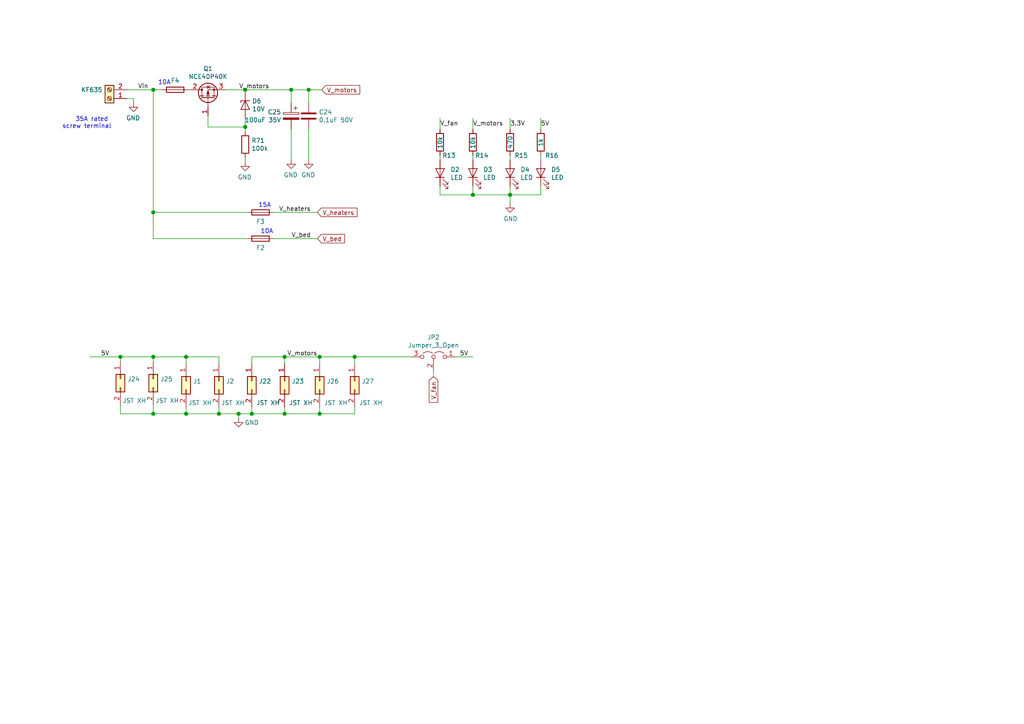
<source format=kicad_sch>
(kicad_sch (version 20210123) (generator eeschema)
  (paper "A4")
  (lib_symbols
    (symbol "Connector:Screw_Terminal_01x02" (pin_names hide)
      (property "Reference" "J" (at 0 2.54 0))
      (property "Value" "Screw_Terminal_01x02" (at 0 -5.08 0))
      (symbol "Screw_Terminal_01x02_1_1"
        (circle (center 0 -2.54) (radius 0.635))
        (circle (center 0 0) (radius 0.635))
        (rectangle (start -1.27 1.27) (end 1.27 -3.81) (stroke (width 0.254)) (fill (type background)))
        (polyline (pts (xy -0.5334 -2.2098) (xy 0.3302 -3.048)))
        (polyline (pts (xy -0.5334 0.3302) (xy 0.3302 -0.508)))
        (polyline (pts (xy -0.3556 -2.032) (xy 0.508 -2.8702)))
        (polyline (pts (xy -0.3556 0.508) (xy 0.508 -0.3302)))
        (pin passive line (at -5.08 0 0) (length 3.81) (name "Pin_1") (number "1"))
        (pin passive line (at -5.08 -2.54 0) (length 3.81) (name "Pin_2") (number "2"))
      )
    )
    (symbol "Connector_Generic:Conn_02x01" (pin_names hide)
      (property "Reference" "J" (at 1.27 2.54 0))
      (property "Value" "Conn_02x01" (at 1.27 -2.54 0))
      (symbol "Conn_02x01_1_1"
        (rectangle (start -1.27 0.127) (end 0 -0.127))
        (rectangle (start -1.27 1.27) (end 3.81 -1.27) (stroke (width 0.254)) (fill (type background)))
        (rectangle (start 3.81 0.127) (end 2.54 -0.127))
        (pin passive line (at -5.08 0 0) (length 3.81) (name "Pin_1") (number "1"))
        (pin passive line (at 7.62 0 180) (length 3.81) (name "Pin_2") (number "2"))
      )
    )
    (symbol "Device:C" (pin_numbers hide) (pin_names (offset 0.254))
      (property "Reference" "C" (at 0.635 2.54 0))
      (property "Value" "C" (at 0.635 -2.54 0))
      (symbol "C_0_1"
        (polyline (pts (xy -2.032 -0.762) (xy 2.032 -0.762)) (stroke (width 0.508)))
        (polyline (pts (xy -2.032 0.762) (xy 2.032 0.762)) (stroke (width 0.508)))
      )
      (symbol "C_1_1"
        (pin passive line (at 0 3.81 270) (length 2.794) (name "~") (number "1"))
        (pin passive line (at 0 -3.81 90) (length 2.794) (name "~") (number "2"))
      )
    )
    (symbol "Device:CP" (pin_numbers hide) (pin_names (offset 0.254))
      (property "Reference" "C" (at 0.635 2.54 0))
      (property "Value" "CP" (at 0.635 -2.54 0))
      (symbol "CP_0_1"
        (rectangle (start -2.286 0.508) (end 2.286 1.016))
        (rectangle (start 2.286 -0.508) (end -2.286 -1.016) (fill (type outline)))
        (polyline (pts (xy -1.778 2.286) (xy -0.762 2.286)))
        (polyline (pts (xy -1.27 2.794) (xy -1.27 1.778)))
      )
      (symbol "CP_1_1"
        (pin passive line (at 0 3.81 270) (length 2.794) (name "~") (number "1"))
        (pin passive line (at 0 -3.81 90) (length 2.794) (name "~") (number "2"))
      )
    )
    (symbol "Device:D_Zener" (pin_numbers hide) (pin_names hide)
      (property "Reference" "D" (at 0 2.54 0))
      (property "Value" "D_Zener" (at 0 -2.54 0))
      (symbol "D_Zener_0_1"
        (polyline (pts (xy 1.27 0) (xy -1.27 0)))
        (polyline (pts (xy -1.27 -1.27) (xy -1.27 1.27) (xy -0.762 1.27)) (stroke (width 0.2032)))
        (polyline (pts (xy 1.27 -1.27) (xy 1.27 1.27) (xy -1.27 0) (xy 1.27 -1.27)) (stroke (width 0.2032)))
      )
      (symbol "D_Zener_1_1"
        (pin passive line (at -3.81 0 0) (length 2.54) (name "K") (number "1"))
        (pin passive line (at 3.81 0 180) (length 2.54) (name "A") (number "2"))
      )
    )
    (symbol "Device:Fuse" (pin_numbers hide) (pin_names (offset 0))
      (property "Reference" "F" (at 2.032 0 90))
      (property "Value" "Fuse" (at -1.905 0 90))
      (symbol "Fuse_0_1"
        (rectangle (start -0.762 -2.54) (end 0.762 2.54) (stroke (width 0.254)))
        (polyline (pts (xy 0 2.54) (xy 0 -2.54)))
      )
      (symbol "Fuse_1_1"
        (pin passive line (at 0 3.81 270) (length 1.27) (name "~") (number "1"))
        (pin passive line (at 0 -3.81 90) (length 1.27) (name "~") (number "2"))
      )
    )
    (symbol "Device:LED" (pin_numbers hide) (pin_names hide)
      (property "Reference" "D" (at 0 2.54 0))
      (property "Value" "LED" (at 0 -2.54 0))
      (symbol "LED_0_1"
        (polyline (pts (xy -1.27 -1.27) (xy -1.27 1.27)) (stroke (width 0.2032)))
        (polyline (pts (xy -1.27 0) (xy 1.27 0)))
        (polyline (pts (xy 1.27 -1.27) (xy 1.27 1.27) (xy -1.27 0) (xy 1.27 -1.27)) (stroke (width 0.2032)))
        (polyline (pts (xy -3.048 -0.762) (xy -4.572 -2.286) (xy -3.81 -2.286) (xy -4.572 -2.286) (xy -4.572 -1.524)))
        (polyline (pts (xy -1.778 -0.762) (xy -3.302 -2.286) (xy -2.54 -2.286) (xy -3.302 -2.286) (xy -3.302 -1.524)))
      )
      (symbol "LED_1_1"
        (pin passive line (at -3.81 0 0) (length 2.54) (name "K") (number "1"))
        (pin passive line (at 3.81 0 180) (length 2.54) (name "A") (number "2"))
      )
    )
    (symbol "Device:R" (pin_numbers hide) (pin_names (offset 0))
      (property "Reference" "R" (at 2.032 0 90))
      (property "Value" "R" (at 0 0 90))
      (symbol "R_0_1"
        (rectangle (start -1.016 -2.54) (end 1.016 2.54) (stroke (width 0.254)))
      )
      (symbol "R_1_1"
        (pin passive line (at 0 3.81 270) (length 1.27) (name "~") (number "1"))
        (pin passive line (at 0 -3.81 90) (length 1.27) (name "~") (number "2"))
      )
    )
    (symbol "Jumper:Jumper_3_Open" (pin_names (offset 0) hide)
      (property "Reference" "JP" (at -2.54 -2.54 0))
      (property "Value" "Jumper_3_Open" (at 0 2.794 0))
      (symbol "Jumper_3_Open_0_0"
        (circle (center -3.302 0) (radius 0.508))
        (circle (center 0 0) (radius 0.508))
        (circle (center 3.302 0) (radius 0.508))
      )
      (symbol "Jumper_3_Open_0_1"
        (arc (start -3.048 1.016) (end -0.254 1.016) (radius (at -1.651 -0.762) (length 2.2606) (angles 128.2 51.8)))
        (arc (start 0.254 1.016) (end 3.048 1.016) (radius (at 1.651 -0.762) (length 2.2606) (angles 128.2 51.8)))
        (polyline (pts (xy 0 -0.508) (xy 0 -1.27)))
      )
      (symbol "Jumper_3_Open_1_1"
        (pin passive line (at -6.35 0 0) (length 2.54) (name "A") (number "1"))
        (pin input line (at 0 -3.81 90) (length 2.54) (name "C") (number "2"))
        (pin passive line (at 6.35 0 180) (length 2.54) (name "B") (number "3"))
      )
    )
    (symbol "Transistor_FET:IRF4905" (pin_names hide)
      (property "Reference" "Q" (at 5.08 1.905 0))
      (property "Value" "IRF4905" (at 5.08 0 0))
      (symbol "IRF4905_0_1"
        (circle (center 1.651 0) (radius 2.794) (stroke (width 0.254)))
        (circle (center 2.54 -1.778) (radius 0.254) (fill (type outline)))
        (circle (center 2.54 1.778) (radius 0.254) (fill (type outline)))
        (polyline (pts (xy 0.254 0) (xy -2.54 0)))
        (polyline (pts (xy 0.254 1.905) (xy 0.254 -1.905)) (stroke (width 0.254)))
        (polyline (pts (xy 0.762 -1.27) (xy 0.762 -2.286)) (stroke (width 0.254)))
        (polyline (pts (xy 0.762 0.508) (xy 0.762 -0.508)) (stroke (width 0.254)))
        (polyline (pts (xy 0.762 2.286) (xy 0.762 1.27)) (stroke (width 0.254)))
        (polyline (pts (xy 2.54 2.54) (xy 2.54 1.778)))
        (polyline (pts (xy 2.54 -2.54) (xy 2.54 0) (xy 0.762 0)))
        (polyline (pts (xy 0.762 1.778) (xy 3.302 1.778) (xy 3.302 -1.778) (xy 0.762 -1.778)))
        (polyline (pts (xy 2.286 0) (xy 1.27 0.381) (xy 1.27 -0.381) (xy 2.286 0)) (fill (type outline)))
        (polyline (pts (xy 2.794 -0.508) (xy 2.921 -0.381) (xy 3.683 -0.381) (xy 3.81 -0.254)))
        (polyline (pts (xy 3.302 -0.381) (xy 2.921 0.254) (xy 3.683 0.254) (xy 3.302 -0.381)))
      )
      (symbol "IRF4905_1_1"
        (pin input line (at -5.08 0 0) (length 2.54) (name "G") (number "1"))
        (pin passive line (at 2.54 5.08 270) (length 2.54) (name "D") (number "2"))
        (pin passive line (at 2.54 -5.08 90) (length 2.54) (name "S") (number "3"))
      )
    )
    (symbol "power:GND" (power) (pin_names (offset 0))
      (property "Value" "GND" (at 0 -3.81 0))
      (symbol "GND_0_1"
        (polyline (pts (xy 0 0) (xy 0 -1.27) (xy 1.27 -1.27) (xy 0 -2.54) (xy -1.27 -1.27) (xy 0 -1.27)))
      )
      (symbol "GND_1_1"
        (pin power_in line (at 0 0 270) (length 0) hide (name "GND") (number "1"))
      )
    )
  )
  (junction (at 34.925 103.505) (diameter 1.016))
  (junction (at 44.45 26.035) (diameter 1.016))
  (junction (at 44.45 61.595) (diameter 1.016))
  (junction (at 44.45 103.505) (diameter 1.016))
  (junction (at 44.45 120.015) (diameter 1.016))
  (junction (at 53.975 103.505) (diameter 1.016))
  (junction (at 53.975 120.015) (diameter 1.016))
  (junction (at 63.5 120.015) (diameter 1.016))
  (junction (at 69.215 120.015) (diameter 1.016))
  (junction (at 71.12 26.035) (diameter 1.016))
  (junction (at 71.12 36.83) (diameter 1.016))
  (junction (at 73.025 120.015) (diameter 1.016))
  (junction (at 82.55 103.505) (diameter 1.016))
  (junction (at 82.55 120.015) (diameter 1.016))
  (junction (at 84.455 26.035) (diameter 1.016))
  (junction (at 89.535 26.035) (diameter 1.016))
  (junction (at 92.71 103.505) (diameter 1.016))
  (junction (at 92.71 120.015) (diameter 1.016))
  (junction (at 102.87 103.505) (diameter 1.016))
  (junction (at 137.16 56.515) (diameter 1.016))
  (junction (at 147.955 56.515) (diameter 1.016))
  (wire (pts (xy 26.035 103.505) (xy 34.925 103.505)))
  (wire (pts (xy 34.925 103.505) (xy 44.45 103.505)))
  (wire (pts (xy 34.925 104.775) (xy 34.925 103.505)))
  (wire (pts (xy 34.925 117.475) (xy 34.925 120.015)))
  (wire (pts (xy 34.925 120.015) (xy 44.45 120.015)))
  (wire (pts (xy 36.83 28.575) (xy 38.735 28.575)))
  (wire (pts (xy 38.735 28.575) (xy 38.735 29.845)))
  (wire (pts (xy 44.45 26.035) (xy 36.83 26.035)))
  (wire (pts (xy 44.45 61.595) (xy 44.45 26.035)))
  (wire (pts (xy 44.45 61.595) (xy 71.755 61.595)))
  (wire (pts (xy 44.45 69.215) (xy 44.45 61.595)))
  (wire (pts (xy 44.45 103.505) (xy 53.975 103.505)))
  (wire (pts (xy 44.45 104.775) (xy 44.45 103.505)))
  (wire (pts (xy 44.45 117.475) (xy 44.45 120.015)))
  (wire (pts (xy 44.45 120.015) (xy 53.975 120.015)))
  (wire (pts (xy 46.99 26.035) (xy 44.45 26.035)))
  (wire (pts (xy 53.975 103.505) (xy 63.5 103.505)))
  (wire (pts (xy 53.975 105.41) (xy 53.975 103.505)))
  (wire (pts (xy 53.975 118.11) (xy 53.975 120.015)))
  (wire (pts (xy 53.975 120.015) (xy 63.5 120.015)))
  (wire (pts (xy 54.61 26.035) (xy 55.245 26.035)))
  (wire (pts (xy 60.325 33.655) (xy 60.325 36.83)))
  (wire (pts (xy 60.325 36.83) (xy 71.12 36.83)))
  (wire (pts (xy 63.5 105.41) (xy 63.5 103.505)))
  (wire (pts (xy 63.5 118.11) (xy 63.5 120.015)))
  (wire (pts (xy 63.5 120.015) (xy 69.215 120.015)))
  (wire (pts (xy 65.405 26.035) (xy 71.12 26.035)))
  (wire (pts (xy 69.215 120.015) (xy 69.215 121.285)))
  (wire (pts (xy 69.215 120.015) (xy 73.025 120.015)))
  (wire (pts (xy 71.12 26.67) (xy 71.12 26.035)))
  (wire (pts (xy 71.12 36.83) (xy 71.12 34.29)))
  (wire (pts (xy 71.12 38.1) (xy 71.12 36.83)))
  (wire (pts (xy 71.12 46.99) (xy 71.12 45.72)))
  (wire (pts (xy 71.755 69.215) (xy 44.45 69.215)))
  (wire (pts (xy 73.025 103.505) (xy 73.025 105.41)))
  (wire (pts (xy 73.025 103.505) (xy 82.55 103.505)))
  (wire (pts (xy 73.025 120.015) (xy 73.025 118.11)))
  (wire (pts (xy 73.025 120.015) (xy 82.55 120.015)))
  (wire (pts (xy 79.375 61.595) (xy 92.075 61.595)))
  (wire (pts (xy 79.375 69.215) (xy 92.075 69.215)))
  (wire (pts (xy 82.55 103.505) (xy 92.71 103.505)))
  (wire (pts (xy 82.55 105.41) (xy 82.55 103.505)))
  (wire (pts (xy 82.55 120.015) (xy 82.55 118.11)))
  (wire (pts (xy 84.455 26.035) (xy 71.12 26.035)))
  (wire (pts (xy 84.455 26.035) (xy 84.455 29.845)))
  (wire (pts (xy 84.455 37.465) (xy 84.455 46.355)))
  (wire (pts (xy 89.535 26.035) (xy 84.455 26.035)))
  (wire (pts (xy 89.535 29.845) (xy 89.535 26.035)))
  (wire (pts (xy 89.535 37.465) (xy 89.535 46.355)))
  (wire (pts (xy 92.71 103.505) (xy 102.87 103.505)))
  (wire (pts (xy 92.71 105.41) (xy 92.71 103.505)))
  (wire (pts (xy 92.71 118.11) (xy 92.71 120.015)))
  (wire (pts (xy 92.71 120.015) (xy 82.55 120.015)))
  (wire (pts (xy 93.345 26.035) (xy 89.535 26.035)))
  (wire (pts (xy 102.87 103.505) (xy 119.38 103.505)))
  (wire (pts (xy 102.87 105.41) (xy 102.87 103.505)))
  (wire (pts (xy 102.87 118.11) (xy 102.87 120.015)))
  (wire (pts (xy 102.87 120.015) (xy 92.71 120.015)))
  (wire (pts (xy 125.73 109.22) (xy 125.73 107.315)))
  (wire (pts (xy 127.635 37.465) (xy 127.635 34.29)))
  (wire (pts (xy 127.635 45.085) (xy 127.635 46.355)))
  (wire (pts (xy 127.635 53.975) (xy 127.635 56.515)))
  (wire (pts (xy 127.635 56.515) (xy 137.16 56.515)))
  (wire (pts (xy 132.08 103.505) (xy 137.16 103.505)))
  (wire (pts (xy 137.16 37.465) (xy 137.16 34.29)))
  (wire (pts (xy 137.16 45.085) (xy 137.16 46.355)))
  (wire (pts (xy 137.16 56.515) (xy 137.16 53.975)))
  (wire (pts (xy 137.16 56.515) (xy 147.955 56.515)))
  (wire (pts (xy 147.955 37.465) (xy 147.955 34.29)))
  (wire (pts (xy 147.955 45.085) (xy 147.955 46.355)))
  (wire (pts (xy 147.955 53.975) (xy 147.955 56.515)))
  (wire (pts (xy 147.955 56.515) (xy 147.955 59.055)))
  (wire (pts (xy 156.845 37.465) (xy 156.845 34.29)))
  (wire (pts (xy 156.845 45.085) (xy 156.845 46.355)))
  (wire (pts (xy 156.845 56.515) (xy 147.955 56.515)))
  (wire (pts (xy 156.845 56.515) (xy 156.845 53.975)))
  (text "35A rated \nscrew terminal" (at 32.385 37.465 180) (effects (font (size 1.27 1.27)) (justify right bottom)))
  (text "10A" (at 49.53 24.765 180) (effects (font (size 1.27 1.27)) (justify right bottom)))
  (text "15A" (at 74.93 60.325 0) (effects (font (size 1.27 1.27)) (justify left bottom)))
  (text "10A" (at 75.565 67.945 0) (effects (font (size 1.27 1.27)) (justify left bottom)))
  (label "5V" (at 31.75 103.505 180))
  (label "Vin" (at 40.005 26.035 0))
  (label "V_motors" (at 78.105 26.035 180))
  (label "V_heaters" (at 90.17 61.595 180))
  (label "V_bed" (at 90.17 69.215 180))
  (label "V_motors" (at 92.075 103.505 180))
  (label "V_fan" (at 127.635 36.83 0))
  (label "5V" (at 133.35 103.505 0))
  (label "V_motors" (at 137.16 36.83 0))
  (label "3.3V" (at 147.955 36.83 0))
  (label "5V" (at 156.845 36.83 0))
  (global_label "V_heaters" (shape input) (at 92.075 61.595 0) (property "Intersheet References" "${INTERSHEET_REFS}" (effects hide)))
  (global_label "V_bed" (shape input) (at 92.075 69.215 0) (property "Intersheet References" "${INTERSHEET_REFS}" (effects hide)))
  (global_label "V_motors" (shape input) (at 93.345 26.035 0) (property "Intersheet References" "${INTERSHEET_REFS}" (effects hide)))
  (global_label "V_fan" (shape input) (at 125.73 109.22 270) (property "Intersheet References" "${INTERSHEET_REFS}" (effects hide)))
  (symbol (lib_id "power:GND") (at 38.735 29.845 0) (mirror y) (unit 1)
    (property "Reference" "#PWR019" (effects hide))
    (property "Value" "GND" (at 38.608 34.2392 0))
  )
  (symbol (lib_id "power:GND") (at 69.215 121.285 0) (unit 1)
    (property "Reference" "#PWR075" (effects hide))
    (property "Value" "GND" (at 73.025 122.555 0))
  )
  (symbol (lib_id "power:GND") (at 71.12 46.99 0) (mirror y) (unit 1)
    (property "Reference" "#PWR049" (effects hide))
    (property "Value" "GND" (at 70.993 51.3842 0))
  )
  (symbol (lib_id "power:GND") (at 84.455 46.355 0) (mirror y) (unit 1)
    (property "Reference" "#PWR0122" (effects hide))
    (property "Value" "GND" (at 84.328 50.7492 0))
  )
  (symbol (lib_id "power:GND") (at 89.535 46.355 0) (mirror y) (unit 1)
    (property "Reference" "#PWR0121" (effects hide))
    (property "Value" "GND" (at 89.408 50.7492 0))
  )
  (symbol (lib_id "power:GND") (at 147.955 59.055 0) (unit 1)
    (property "Reference" "#PWR017" (effects hide))
    (property "Value" "GND" (at 148.082 63.4492 0))
  )
  (symbol (lib_id "Device:Fuse") (at 50.8 26.035 90) (mirror x) (unit 1)
    (property "Reference" "F4" (at 50.8 23.3616 90))
    (property "Value" "Fuse" (effects hide))
    (property "Footprint" "PrntrBoardV2:2410_FuseFolder" (effects hide))
  )
  (symbol (lib_id "Device:Fuse") (at 75.565 61.595 90) (unit 1)
    (property "Reference" "F3" (at 75.565 64.262 90))
    (property "Value" "Fuse" (effects hide))
    (property "Footprint" "PrntrBoardV2:2410_FuseFolder" (effects hide))
  )
  (symbol (lib_id "Device:Fuse") (at 75.565 69.215 90) (unit 1)
    (property "Reference" "F2" (at 75.565 71.882 90))
    (property "Value" "Fuse" (effects hide))
    (property "Footprint" "PrntrBoardV2:2410_FuseFolder" (effects hide))
  )
  (symbol (lib_id "Device:R") (at 71.12 41.91 0) (mirror y) (unit 1)
    (property "Reference" "R71" (at 72.8981 40.7606 0) (effects (justify right)))
    (property "Value" "100k" (at 72.8981 43.0593 0) (effects (justify right)))
    (property "Footprint" "Resistor_SMD:R_0402_1005Metric" (effects hide))
    (property "LCSC Part #" "C25741" (effects hide))
    (property "Part #" "0402WGF1003TCE" (effects hide))
  )
  (symbol (lib_id "Device:R") (at 127.635 41.275 0) (unit 1)
    (property "Reference" "R13" (at 128.27 45.085 0) (effects (justify left)))
    (property "Value" "10k" (at 127.635 43.18 90) (effects (justify left)))
    (property "Footprint" "Resistor_SMD:R_0402_1005Metric" (effects hide))
    (property "Part #" "0402WGF1002TCE" (effects hide))
    (property "LCSC Part #" "C25744" (effects hide))
  )
  (symbol (lib_id "Device:R") (at 137.16 41.275 0) (unit 1)
    (property "Reference" "R14" (at 137.795 45.085 0) (effects (justify left)))
    (property "Value" "10k" (at 137.16 43.18 90) (effects (justify left)))
    (property "Footprint" "Resistor_SMD:R_0402_1005Metric" (effects hide))
    (property "Part #" "0402WGF1002TCE" (effects hide))
    (property "LCSC Part #" "C25744" (effects hide))
  )
  (symbol (lib_id "Device:R") (at 147.955 41.275 0) (unit 1)
    (property "Reference" "R15" (at 149.225 45.085 0) (effects (justify left)))
    (property "Value" "470" (at 147.955 43.18 90) (effects (justify left)))
    (property "Footprint" "Resistor_SMD:R_0402_1005Metric" (effects hide))
    (property "Part #" "0402WGF4700TCE" (effects hide))
    (property "LCSC Part #" "C25117" (effects hide))
  )
  (symbol (lib_id "Device:R") (at 156.845 41.275 0) (unit 1)
    (property "Reference" "R16" (at 158.115 45.085 0) (effects (justify left)))
    (property "Value" "1k" (at 156.845 42.545 90) (effects (justify left)))
    (property "Footprint" "Resistor_SMD:R_0402_1005Metric" (effects hide))
    (property "Part #" "0402WGF1001TCE" (effects hide))
    (property "LCSC Part #" "C11702" (effects hide))
  )
  (symbol (lib_id "Device:D_Zener") (at 71.12 30.48 90) (mirror x) (unit 1)
    (property "Reference" "D6" (at 73.1267 29.3306 90) (effects (justify right)))
    (property "Value" "10V" (at 73.1267 31.6293 90) (effects (justify right)))
    (property "Footprint" "Diode_SMD:D_SOD-323" (effects hide))
    (property "Datasheet" "https://datasheet.lcsc.com/szlcsc/Leshan-Radio-LM3Z10VT1G_C131828.pdf" (effects hide))
    (property "LCSC Part #" "C131828" (effects hide))
    (property "Part #" "LM3Z10VT1G" (effects hide))
  )
  (symbol (lib_id "Device:LED") (at 127.635 50.165 90) (unit 1)
    (property "Reference" "D2" (at 130.6322 49.1744 90) (effects (justify right)))
    (property "Value" "LED" (at 130.6322 51.4858 90) (effects (justify right)))
    (property "Footprint" "PrntrBoardV2:LED_0603_1608Metric" (effects hide))
    (property "Part #" "KT-0603R" (effects hide))
    (property "LCSC Part #" "C2286" (effects hide))
  )
  (symbol (lib_id "Device:LED") (at 137.16 50.165 90) (unit 1)
    (property "Reference" "D3" (at 140.1572 49.1744 90) (effects (justify right)))
    (property "Value" "LED" (at 140.1572 51.4858 90) (effects (justify right)))
    (property "Footprint" "PrntrBoardV2:LED_0603_1608Metric" (effects hide))
    (property "Part #" "KT-0603R" (effects hide))
    (property "LCSC Part #" "C2286" (effects hide))
  )
  (symbol (lib_id "Device:LED") (at 147.955 50.165 90) (unit 1)
    (property "Reference" "D4" (at 150.9268 49.1744 90) (effects (justify right)))
    (property "Value" "LED" (at 150.9268 51.4858 90) (effects (justify right)))
    (property "Footprint" "PrntrBoardV2:LED_0603_1608Metric" (effects hide))
    (property "Part #" "KT-0603R" (effects hide))
    (property "LCSC Part #" "C2286" (effects hide))
  )
  (symbol (lib_id "Device:LED") (at 156.845 50.165 90) (unit 1)
    (property "Reference" "D5" (at 159.8422 49.1744 90) (effects (justify right)))
    (property "Value" "LED" (at 159.8422 51.4858 90) (effects (justify right)))
    (property "Footprint" "PrntrBoardV2:LED_0603_1608Metric" (effects hide))
    (property "Part #" "KT-0603R" (effects hide))
    (property "LCSC Part #" "C2286" (effects hide))
  )
  (symbol (lib_id "Connector:Screw_Terminal_01x02") (at 31.75 28.575 180) (unit 1)
    (property "Reference" "J_power_in1" (effects hide))
    (property "Value" "KF635" (at 29.718 26.0604 0) (effects (justify left)))
    (property "Footprint" "TerminalBlock_MetzConnect:TerminalBlock_MetzConnect_Type701_RT11L02HGLU_1x02_P6.35mm_Horizontal" (effects hide))
  )
  (symbol (lib_id "Device:CP") (at 84.455 33.655 0) (mirror y) (unit 1)
    (property "Reference" "C25" (at 81.5339 32.5056 0) (effects (justify left)))
    (property "Value" "100uF 35V" (at 81.5339 34.8043 0) (effects (justify left)))
    (property "Footprint" "Capacitor_SMD:CP_Elec_6.3x7.7" (effects hide))
    (property "Part #" "VES101M1VTR-0607" (effects hide))
    (property "LCSC Part #" "C134792" (effects hide))
  )
  (symbol (lib_id "Device:C") (at 89.535 33.655 0) (mirror y) (unit 1)
    (property "Reference" "C24" (at 92.456 32.5056 0) (effects (justify right)))
    (property "Value" "0.1uF 50V" (at 92.456 34.8043 0) (effects (justify right)))
    (property "Footprint" "PrntrBoardV2:C_0603_1608Metric" (effects hide))
    (property "Part #" "CL05B104KO5NNNCC0603KRX7R9BB104C" (effects hide))
    (property "LCSC Part #" "C14663" (effects hide))
  )
  (symbol (lib_id "Connector_Generic:Conn_02x01") (at 34.925 109.855 270) (unit 1)
    (property "Reference" "J24" (at 36.957 109.9566 90) (effects (justify left)))
    (property "Value" "JST XH" (at 35.56 116.205 90) (effects (justify left)))
    (property "Footprint" "Connector_JST:JST_XH_B2B-XH-A_1x02_P2.50mm_Vertical" (effects hide))
  )
  (symbol (lib_id "Connector_Generic:Conn_02x01") (at 44.45 109.855 270) (unit 1)
    (property "Reference" "J25" (at 46.482 109.9566 90) (effects (justify left)))
    (property "Value" "JST XH" (at 45.085 116.205 90) (effects (justify left)))
    (property "Footprint" "Connector_JST:JST_XH_B2B-XH-A_1x02_P2.50mm_Vertical" (effects hide))
  )
  (symbol (lib_id "Connector_Generic:Conn_02x01") (at 53.975 110.49 270) (unit 1)
    (property "Reference" "J1" (at 56.007 110.5916 90) (effects (justify left)))
    (property "Value" "JST XH" (at 54.61 116.84 90) (effects (justify left)))
    (property "Footprint" "Connector_JST:JST_XH_B2B-XH-A_1x02_P2.50mm_Vertical" (effects hide))
  )
  (symbol (lib_id "Connector_Generic:Conn_02x01") (at 63.5 110.49 270) (unit 1)
    (property "Reference" "J2" (at 65.532 110.5916 90) (effects (justify left)))
    (property "Value" "JST XH" (at 64.135 116.84 90) (effects (justify left)))
    (property "Footprint" "Connector_JST:JST_XH_B2B-XH-A_1x02_P2.50mm_Vertical" (effects hide))
  )
  (symbol (lib_id "Connector_Generic:Conn_02x01") (at 73.025 110.49 270) (unit 1)
    (property "Reference" "J22" (at 75.057 110.5916 90) (effects (justify left)))
    (property "Value" "JST XH" (at 74.295 116.84 90) (effects (justify left)))
    (property "Footprint" "Connector_JST:JST_XH_B2B-XH-A_1x02_P2.50mm_Vertical" (effects hide))
  )
  (symbol (lib_id "Connector_Generic:Conn_02x01") (at 82.55 110.49 270) (unit 1)
    (property "Reference" "J23" (at 84.582 110.5916 90) (effects (justify left)))
    (property "Value" "JST XH" (at 83.82 116.84 90) (effects (justify left)))
    (property "Footprint" "Connector_JST:JST_XH_B2B-XH-A_1x02_P2.50mm_Vertical" (effects hide))
  )
  (symbol (lib_id "Connector_Generic:Conn_02x01") (at 92.71 110.49 270) (unit 1)
    (property "Reference" "J26" (at 94.742 110.5916 90) (effects (justify left)))
    (property "Value" "JST XH" (at 93.98 116.84 90) (effects (justify left)))
    (property "Footprint" "Connector_JST:JST_XH_B2B-XH-A_1x02_P2.50mm_Vertical" (effects hide))
  )
  (symbol (lib_id "Connector_Generic:Conn_02x01") (at 102.87 110.49 270) (unit 1)
    (property "Reference" "J27" (at 104.902 110.5916 90) (effects (justify left)))
    (property "Value" "JST XH" (at 104.14 116.84 90) (effects (justify left)))
    (property "Footprint" "Connector_JST:JST_XH_B2B-XH-A_1x02_P2.50mm_Vertical" (effects hide))
  )
  (symbol (lib_id "Jumper:Jumper_3_Open") (at 125.73 103.505 0) (mirror y) (unit 1)
    (property "Reference" "JP2" (at 125.73 97.8154 0))
    (property "Value" "Jumper_3_Open" (at 125.73 100.1268 0))
    (property "Footprint" "Connector_PinHeader_2.54mm:PinHeader_1x03_P2.54mm_Vertical" (effects hide))
    (property "LCSC Part #" "C152153" (effects hide))
  )
  (symbol (lib_id "Transistor_FET:IRF4905") (at 60.325 28.575 90) (unit 1)
    (property "Reference" "Q1" (at 60.325 19.9198 90))
    (property "Value" "NCE40P40K" (at 60.325 22.2185 90))
    (property "Footprint" "Package_TO_SOT_SMD:TO-252-2" (effects hide))
    (property "Datasheet" "https://datasheet.lcsc.com/szlcsc/Wuxi-NCE-Power-Semiconductor-NCE40P40K_C130100.pdf" (effects hide))
    (property "LCSC Part #" "C130100" (effects hide))
    (property "Part #" "NCE40P40K" (effects hide))
  )
)
</source>
